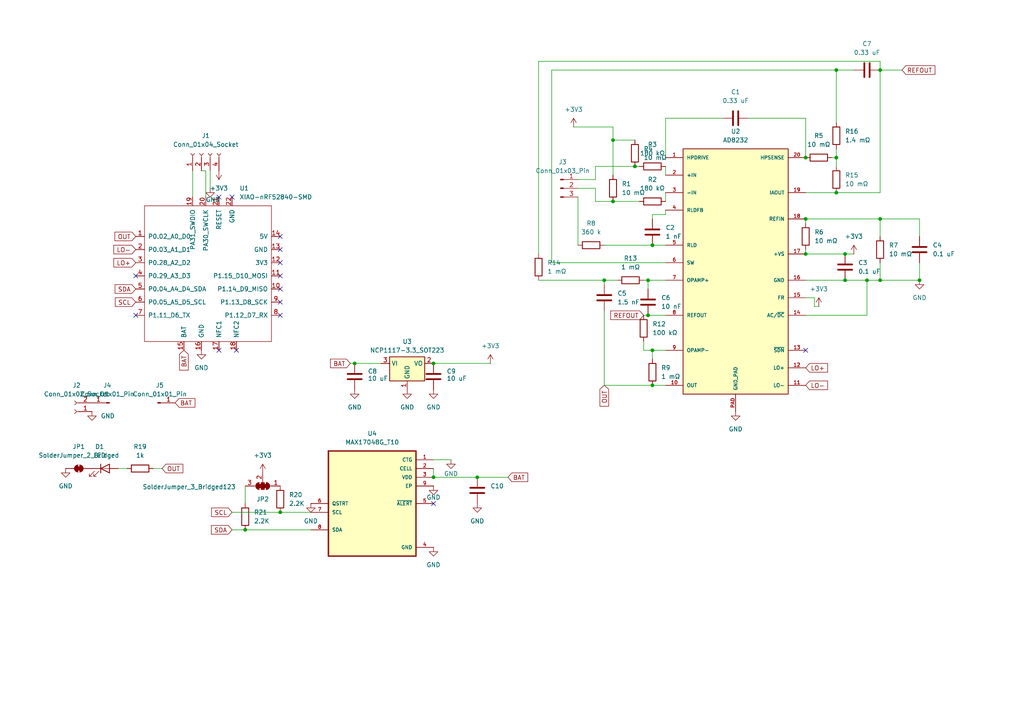
<source format=kicad_sch>
(kicad_sch (version 20250114) (generator "eeschema") (generator_version "9.0")
  (paper "A4")
  (lib_symbols
    (symbol "AD8232:AD8232" (pin_names (offset 1.016))
      (property "Reference" "U" (at -15.24 45.72 0))
      (symbol "AD8232_0_0"
        (rectangle (start -15.24 -27.94) (end 15.24 43.18) (stroke (width 0.254)) (fill (type background)))
        (pin bidirectional line (at -20.32 40.64 0) (length 5.08) (name "HPDRIVE") (number "1"))
        (pin bidirectional line (at -20.32 35.56 0) (length 5.08) (name "+IN") (number "2"))
        (pin bidirectional line (at -20.32 30.48 0) (length 5.08) (name "-IN") (number "3"))
        (pin bidirectional line (at -20.32 25.4 0) (length 5.08) (name "RLDFB") (number "4"))
        (pin bidirectional line (at -20.32 15.24 0) (length 5.08) (name "RLD") (number "5"))
        (pin bidirectional line (at -20.32 10.16 0) (length 5.08) (name "SW") (number "6"))
        (pin bidirectional line (at -20.32 5.08 0) (length 5.08) (name "OPAMP+") (number "7"))
        (pin bidirectional line (at -20.32 -5.08 0) (length 5.08) (name "REFOUT") (number "8"))
        (pin bidirectional line (at -20.32 -15.24 0) (length 5.08) (name "OPAMP-") (number "9"))
        (pin bidirectional line (at -20.32 -25.4 0) (length 5.08) (name "OUT") (number "10"))
        (pin bidirectional line (at 0 -33.02 90) (length 5.08) (name "GND_PAD") (number "PAD"))
        (pin bidirectional line (at 20.32 40.64 180) (length 5.08) (name "HPSENSE") (number "20"))
        (pin bidirectional line (at 20.32 30.48 180) (length 5.08) (name "IAOUT") (number "19"))
        (pin bidirectional line (at 20.32 22.86 180) (length 5.08) (name "REFIN") (number "18"))
        (pin bidirectional line (at 20.32 12.7 180) (length 5.08) (name "+VS") (number "17"))
        (pin bidirectional line (at 20.32 5.08 180) (length 5.08) (name "GND") (number "16"))
        (pin bidirectional line (at 20.32 0 180) (length 5.08) (name "FR") (number "15"))
        (pin bidirectional line (at 20.32 -5.08 180) (length 5.08) (name "AC/~{DC}") (number "14"))
        (pin bidirectional line (at 20.32 -15.24 180) (length 5.08) (name "~{SDN}") (number "13"))
        (pin bidirectional line (at 20.32 -20.32 180) (length 5.08) (name "LO+") (number "12"))
        (pin bidirectional line (at 20.32 -25.4 180) (length 5.08) (name "LO-") (number "11"))
      )
    )
    (symbol "Connector:Conn_01x01_Pin" (pin_names (offset 1.016) (hide yes))
      (property "Reference" "J" (at 0 2.54 0))
      (property "Value" "Conn_01x01_Pin" (at 0 -2.54 0))
      (symbol "Conn_01x01_Pin_1_1"
        (rectangle (start 0.8636 0.127) (end 0 -0.127) (stroke (width 0.1524)) (fill (type outline)))
        (polyline (pts (xy 1.27 0) (xy 0.8636 0)) (stroke (width 0.1524)))
        (pin passive line (at 5.08 0 180) (length 3.81) (name "Pin_1") (number "1"))
      )
    )
    (symbol "Connector:Conn_01x02_Socket" (pin_names (offset 1.016) (hide yes))
      (property "Reference" "J" (at 0 2.54 0))
      (property "Value" "Conn_01x02_Socket" (at 0 -5.08 0))
      (symbol "Conn_01x02_Socket_1_1"
        (polyline (pts (xy -1.27 0) (xy -0.508 0)) (stroke (width 0.1524)))
        (polyline (pts (xy -1.27 -2.54) (xy -0.508 -2.54)) (stroke (width 0.1524)))
        (arc (start 0 -0.508) (mid -0.5058 0) (end 0 0.508) (stroke (width 0.1524)))
        (arc (start 0 -3.048) (mid -0.5058 -2.54) (end 0 -2.032) (stroke (width 0.1524)))
        (pin passive line (at -5.08 0 0) (length 3.81) (name "Pin_1") (number "1"))
        (pin passive line (at -5.08 -2.54 0) (length 3.81) (name "Pin_2") (number "2"))
      )
    )
    (symbol "Connector:Conn_01x03_Pin" (pin_names (offset 1.016) (hide yes))
      (property "Reference" "J" (at 0 5.08 0))
      (property "Value" "Conn_01x03_Pin" (at 0 -5.08 0))
      (symbol "Conn_01x03_Pin_1_1"
        (rectangle (start 0.8636 2.667) (end 0 2.413) (stroke (width 0.1524)) (fill (type outline)))
        (rectangle (start 0.8636 0.127) (end 0 -0.127) (stroke (width 0.1524)) (fill (type outline)))
        (rectangle (start 0.8636 -2.413) (end 0 -2.667) (stroke (width 0.1524)) (fill (type outline)))
        (polyline (pts (xy 1.27 2.54) (xy 0.8636 2.54)) (stroke (width 0.1524)))
        (polyline (pts (xy 1.27 0) (xy 0.8636 0)) (stroke (width 0.1524)))
        (polyline (pts (xy 1.27 -2.54) (xy 0.8636 -2.54)) (stroke (width 0.1524)))
        (pin passive line (at 5.08 2.54 180) (length 3.81) (name "Pin_1") (number "1"))
        (pin passive line (at 5.08 0 180) (length 3.81) (name "Pin_2") (number "2"))
        (pin passive line (at 5.08 -2.54 180) (length 3.81) (name "Pin_3") (number "3"))
      )
    )
    (symbol "Connector:Conn_01x04_Socket" (pin_names (offset 1.016) (hide yes))
      (property "Reference" "J" (at 0 5.08 0))
      (property "Value" "Conn_01x04_Socket" (at 0 -7.62 0))
      (symbol "Conn_01x04_Socket_1_1"
        (polyline (pts (xy -1.27 2.54) (xy -0.508 2.54)) (stroke (width 0.1524)))
        (polyline (pts (xy -1.27 0) (xy -0.508 0)) (stroke (width 0.1524)))
        (polyline (pts (xy -1.27 -2.54) (xy -0.508 -2.54)) (stroke (width 0.1524)))
        (polyline (pts (xy -1.27 -5.08) (xy -0.508 -5.08)) (stroke (width 0.1524)))
        (arc (start 0 2.032) (mid -0.5058 2.54) (end 0 3.048) (stroke (width 0.1524)))
        (arc (start 0 -0.508) (mid -0.5058 0) (end 0 0.508) (stroke (width 0.1524)))
        (arc (start 0 -3.048) (mid -0.5058 -2.54) (end 0 -2.032) (stroke (width 0.1524)))
        (arc (start 0 -5.588) (mid -0.5058 -5.08) (end 0 -4.572) (stroke (width 0.1524)))
        (pin passive line (at -5.08 2.54 0) (length 3.81) (name "Pin_1") (number "1"))
        (pin passive line (at -5.08 0 0) (length 3.81) (name "Pin_2") (number "2"))
        (pin passive line (at -5.08 -2.54 0) (length 3.81) (name "Pin_3") (number "3"))
        (pin passive line (at -5.08 -5.08 0) (length 3.81) (name "Pin_4") (number "4"))
      )
    )
    (symbol "Device:C" (pin_numbers (hide yes)) (pin_names (offset 0.254))
      (property "Reference" "C" (at 0.635 2.54 0))
      (property "Value" "C" (at 0.635 -2.54 0))
      (symbol "C_0_1"
        (polyline (pts (xy -2.032 0.762) (xy 2.032 0.762)) (stroke (width 0.508)))
        (polyline (pts (xy -2.032 -0.762) (xy 2.032 -0.762)) (stroke (width 0.508)))
      )
      (symbol "C_1_1"
        (pin passive line (at 0 3.81 270) (length 2.794) (name "~") (number "1"))
        (pin passive line (at 0 -3.81 90) (length 2.794) (name "~") (number "2"))
      )
    )
    (symbol "Device:LED" (pin_numbers (hide yes)) (pin_names (offset 1.016) (hide yes))
      (property "Reference" "D" (at 0 2.54 0))
      (property "Value" "LED" (at 0 -2.54 0))
      (symbol "LED_0_1"
        (polyline (pts (xy -3.048 -0.762) (xy -4.572 -2.286) (xy -3.81 -2.286) (xy -4.572 -2.286) (xy -4.572 -1.524)))
        (polyline (pts (xy -1.778 -0.762) (xy -3.302 -2.286) (xy -2.54 -2.286) (xy -3.302 -2.286) (xy -3.302 -1.524)))
        (polyline (pts (xy -1.27 0) (xy 1.27 0)))
        (polyline (pts (xy -1.27 -1.27) (xy -1.27 1.27)) (stroke (width 0.254)))
        (polyline (pts (xy 1.27 -1.27) (xy 1.27 1.27) (xy -1.27 0) (xy 1.27 -1.27)) (stroke (width 0.254)))
      )
      (symbol "LED_1_1"
        (pin passive line (at -3.81 0 0) (length 2.54) (name "K") (number "1"))
        (pin passive line (at 3.81 0 180) (length 2.54) (name "A") (number "2"))
      )
    )
    (symbol "Device:R" (pin_numbers (hide yes)) (pin_names (offset 0))
      (property "Reference" "R" (at 2.032 0 90))
      (property "Value" "R" (at 0 0 90))
      (symbol "R_0_1"
        (rectangle (start -1.016 -2.54) (end 1.016 2.54) (stroke (width 0.254)))
      )
      (symbol "R_1_1"
        (pin passive line (at 0 3.81 270) (length 1.27) (name "~") (number "1"))
        (pin passive line (at 0 -3.81 90) (length 1.27) (name "~") (number "2"))
      )
    )
    (symbol "Jumper:SolderJumper_2_Bridged" (pin_numbers (hide yes)) (pin_names (offset 0) (hide yes)) (in_bom no)
      (property "Reference" "JP" (at 0 2.032 0))
      (property "Value" "SolderJumper_2_Bridged" (at 0 -2.54 0))
      (symbol "SolderJumper_2_Bridged_0_1"
        (rectangle (start -0.508 0.508) (end 0.508 -0.508) (fill (type outline)))
        (polyline (pts (xy -0.254 1.016) (xy -0.254 -1.016)))
        (arc (start -0.254 -1.016) (mid -1.2656 0) (end -0.254 1.016))
        (arc (start -0.254 -1.016) (mid -1.2656 0) (end -0.254 1.016) (fill (type outline)))
        (arc (start 0.254 1.016) (mid 1.2656 0) (end 0.254 -1.016))
        (arc (start 0.254 1.016) (mid 1.2656 0) (end 0.254 -1.016) (fill (type outline)))
        (polyline (pts (xy 0.254 1.016) (xy 0.254 -1.016)))
      )
      (symbol "SolderJumper_2_Bridged_1_1"
        (pin passive line (at -3.81 0 0) (length 2.54) (name "A") (number "1"))
        (pin passive line (at 3.81 0 180) (length 2.54) (name "B") (number "2"))
      )
    )
    (symbol "Jumper:SolderJumper_3_Bridged123" (pin_names (offset 0) (hide yes)) (in_bom no)
      (property "Reference" "JP" (at -2.54 -2.54 0))
      (property "Value" "SolderJumper_3_Bridged123" (at 0 2.794 0))
      (symbol "SolderJumper_3_Bridged123_0_1"
        (polyline (pts (xy -2.54 0) (xy -2.032 0)))
        (polyline (pts (xy -1.016 1.016) (xy -1.016 -1.016)))
        (rectangle (start -1.016 0.508) (end -0.508 -0.508) (fill (type outline)))
        (arc (start -1.016 -1.016) (mid -2.0276 0) (end -1.016 1.016))
        (arc (start -1.016 -1.016) (mid -2.0276 0) (end -1.016 1.016) (fill (type outline)))
        (rectangle (start -0.508 1.016) (end 0.508 -1.016) (fill (type outline)))
        (polyline (pts (xy 0 -1.27) (xy 0 -1.016)))
        (rectangle (start 0.508 0.508) (end 1.016 -0.508) (fill (type outline)))
        (arc (start 1.016 1.016) (mid 2.0276 0) (end 1.016 -1.016))
        (arc (start 1.016 1.016) (mid 2.0276 0) (end 1.016 -1.016) (fill (type outline)))
        (polyline (pts (xy 1.016 1.016) (xy 1.016 -1.016)))
        (polyline (pts (xy 2.54 0) (xy 2.032 0)))
      )
      (symbol "SolderJumper_3_Bridged123_1_1"
        (pin passive line (at -5.08 0 0) (length 2.54) (name "A") (number "1"))
        (pin passive line (at 0 -3.81 90) (length 2.54) (name "C") (number "2"))
        (pin passive line (at 5.08 0 180) (length 2.54) (name "B") (number "3"))
      )
    )
    (symbol "MAX17048G_T10:MAX17048G_T10" (pin_names (offset 1.016))
      (property "Reference" "U" (at -12.7 16.24 0))
      (property "Value" "MAX17048G_T10" (at -12.7 -19.24 0))
      (symbol "MAX17048G_T10_0_0"
        (rectangle (start -12.7 -15.24) (end 12.7 15.24) (stroke (width 0.41)) (fill (type background)))
        (pin input line (at -17.78 0 0) (length 5.08) (name "QSTRT") (number "6"))
        (pin input line (at -17.78 -2.54 0) (length 5.08) (name "SCL") (number "7"))
        (pin bidirectional line (at -17.78 -7.62 0) (length 5.08) (name "SDA") (number "8"))
        (pin power_in line (at 17.78 12.7 180) (length 5.08) (name "CTG") (number "1"))
        (pin power_in line (at 17.78 10.16 180) (length 5.08) (name "CELL") (number "2"))
        (pin power_in line (at 17.78 7.62 180) (length 5.08) (name "VDD") (number "3"))
        (pin power_in line (at 17.78 5.08 180) (length 5.08) (name "EP") (number "9"))
        (pin output line (at 17.78 0 180) (length 5.08) (name "~{ALERT}") (number "5"))
        (pin power_in line (at 17.78 -12.7 180) (length 5.08) (name "GND") (number "4"))
      )
    )
    (symbol "Regulator_Linear:NCP1117-3.3_SOT223"
      (property "Reference" "U" (at -3.81 3.175 0))
      (property "Value" "NCP1117-3.3_SOT223" (at 0 3.175 0))
      (symbol "NCP1117-3.3_SOT223_0_1"
        (rectangle (start -5.08 -5.08) (end 5.08 1.905) (stroke (width 0.254)) (fill (type background)))
      )
      (symbol "NCP1117-3.3_SOT223_1_1"
        (pin power_in line (at -7.62 0 0) (length 2.54) (name "VI") (number "3"))
        (pin power_in line (at 0 -7.62 90) (length 2.54) (name "GND") (number "1"))
        (pin power_out line (at 7.62 0 180) (length 2.54) (name "VO") (number "2"))
      )
    )
    (symbol "Seeed_Studio_XIAO_Series:XIAO-nRF52840-SMD" (pin_names (offset 1.016))
      (property "Reference" "U" (at -18.542 23.114 0))
      (property "Value" "XIAO-nRF52840-SMD" (at -8.636 21.336 0))
      (symbol "XIAO-nRF52840-SMD_0_1"
        (rectangle (start -19.05 20.32) (end 17.78 -19.05))
      )
      (symbol "XIAO-nRF52840-SMD_1_1"
        (pin passive line (at -21.59 11.43 0) (length 2.54) (name "P0.02_A0_D0") (number "1"))
        (pin passive line (at -21.59 7.62 0) (length 2.54) (name "P0.03_A1_D1") (number "2"))
        (pin passive line (at -21.59 3.81 0) (length 2.54) (name "P0.28_A2_D2") (number "3"))
        (pin passive line (at -21.59 0 0) (length 2.54) (name "P0.29_A3_D3") (number "4"))
        (pin passive line (at -21.59 -3.81 0) (length 2.54) (name "P0.04_A4_D4_SDA") (number "5"))
        (pin passive line (at -21.59 -7.62 0) (length 2.54) (name "P0.05_A5_D5_SCL") (number "6"))
        (pin passive line (at -21.59 -11.43 0) (length 2.54) (name "P1.11_D6_TX") (number "7"))
        (pin passive line (at -7.62 -21.59 90) (length 2.54) (name "BAT") (number "15"))
        (pin passive line (at -5.08 22.86 270) (length 2.54) (name "PA31_SWDIO") (number "19"))
        (pin passive line (at -2.54 -21.59 90) (length 2.54) (name "GND") (number "16"))
        (pin passive line (at -1.27 22.86 270) (length 2.54) (name "PA30_SWCLK") (number "20"))
        (pin passive line (at 2.54 22.86 270) (length 2.54) (name "RESET") (number "21"))
        (pin passive line (at 2.54 -21.59 90) (length 2.54) (name "NFC1") (number "17"))
        (pin passive line (at 6.35 22.86 270) (length 2.54) (name "GND") (number "22"))
        (pin passive line (at 7.62 -21.59 90) (length 2.54) (name "NFC2") (number "18"))
        (pin passive line (at 20.32 11.43 180) (length 2.54) (name "5V") (number "14"))
        (pin passive line (at 20.32 7.62 180) (length 2.54) (name "GND") (number "13"))
        (pin passive line (at 20.32 3.81 180) (length 2.54) (name "3V3") (number "12"))
        (pin passive line (at 20.32 0 180) (length 2.54) (name "P1.15_D10_MOSI") (number "11"))
        (pin passive line (at 20.32 -3.81 180) (length 2.54) (name "P1.14_D9_MISO") (number "10"))
        (pin passive line (at 20.32 -7.62 180) (length 2.54) (name "P1.13_D8_SCK") (number "9"))
        (pin passive line (at 20.32 -11.43 180) (length 2.54) (name "P1.12_D7_RX") (number "8"))
      )
    )
    (symbol "power:+3V3" (power) (pin_numbers (hide yes)) (pin_names (offset 0) (hide yes))
      (property "Value" "+3V3" (at 0 3.556 0))
      (symbol "+3V3_0_1"
        (polyline (pts (xy -0.762 1.27) (xy 0 2.54)))
        (polyline (pts (xy 0 2.54) (xy 0.762 1.27)))
        (polyline (pts (xy 0 0) (xy 0 2.54)))
      )
      (symbol "+3V3_1_1"
        (pin power_in line (at 0 0 90) (length 0) (name "~") (number "1"))
      )
    )
    (symbol "power:GND" (power) (pin_numbers (hide yes)) (pin_names (offset 0) (hide yes))
      (property "Value" "GND" (at 0 -3.81 0))
      (symbol "GND_0_1"
        (polyline (pts (xy 0 0) (xy 0 -1.27) (xy 1.27 -1.27) (xy 0 -2.54) (xy -1.27 -1.27) (xy 0 -1.27)))
      )
      (symbol "GND_1_1"
        (pin power_in line (at 0 0 270) (length 0) (name "~") (number "1"))
      )
    )
  )
  (junction (at 266.7 81.28))
  (junction (at 81.28 148.59))
  (junction (at 71.12 153.67))
  (junction (at 255.27 20.32))
  (junction (at 251.46 81.28))
  (junction (at 177.8 40.64))
  (junction (at 233.68 45.72))
  (junction (at 255.27 81.28))
  (junction (at 233.68 63.5))
  (junction (at 125.73 105.41))
  (junction (at 189.23 71.12))
  (junction (at 138.43 138.43))
  (junction (at 189.23 101.6))
  (junction (at 175.26 81.28))
  (junction (at 242.57 20.32))
  (junction (at 242.57 55.88))
  (junction (at 245.11 81.28))
  (junction (at 245.11 73.66))
  (junction (at 102.87 105.41))
  (junction (at 255.27 63.5))
  (junction (at 187.96 81.28))
  (junction (at 184.15 48.26))
  (junction (at 242.57 45.72))
  (junction (at 177.8 58.42))
  (junction (at 187.96 91.44))
  (junction (at 125.73 138.43))
  (junction (at 189.23 111.76))
  (junction (at 233.68 73.66))
  (no_connect (at 67.31 57.15))
  (no_connect (at 125.73 146.05))
  (no_connect (at 81.28 80.01))
  (no_connect (at 81.28 83.82))
  (no_connect (at 39.37 80.01))
  (no_connect (at 63.5 57.15))
  (no_connect (at 39.37 91.44))
  (no_connect (at 68.58 101.6))
  (no_connect (at 81.28 72.39))
  (no_connect (at 81.28 87.63))
  (no_connect (at 63.5 101.6))
  (no_connect (at 81.28 91.44))
  (no_connect (at 81.28 68.58))
  (no_connect (at 81.28 76.2))
  (no_connect (at 233.68 101.6))
  (wire (pts (xy 34.29 135.89) (xy 36.83 135.89)))
  (wire (pts (xy 160.02 20.32) (xy 242.57 20.32)))
  (wire (pts (xy 125.73 133.35) (xy 130.81 133.35)))
  (wire (pts (xy 242.57 55.88) (xy 255.27 55.88)))
  (wire (pts (xy 233.68 63.5) (xy 233.68 64.77)))
  (wire (pts (xy 255.27 20.32) (xy 261.62 20.32)))
  (wire (pts (xy 177.8 58.42) (xy 185.42 58.42)))
  (wire (pts (xy 179.07 81.28) (xy 175.26 81.28)))
  (wire (pts (xy 101.6 105.41) (xy 102.87 105.41)))
  (wire (pts (xy 102.87 105.41) (xy 110.49 105.41)))
  (wire (pts (xy 167.64 54.61) (xy 172.72 54.61)))
  (wire (pts (xy 255.27 17.78) (xy 255.27 20.32)))
  (wire (pts (xy 59.69 49.53) (xy 59.69 57.15)))
  (wire (pts (xy 255.27 81.28) (xy 266.7 81.28)))
  (wire (pts (xy 236.22 86.36) (xy 233.68 86.36)))
  (wire (pts (xy 184.15 40.64) (xy 177.8 40.64)))
  (wire (pts (xy 175.26 111.76) (xy 189.23 111.76)))
  (wire (pts (xy 217.17 34.29) (xy 233.68 34.29)))
  (wire (pts (xy 177.8 40.64) (xy 177.8 50.8)))
  (wire (pts (xy 242.57 20.32) (xy 247.65 20.32)))
  (wire (pts (xy 233.68 73.66) (xy 245.11 73.66)))
  (wire (pts (xy 266.7 63.5) (xy 255.27 63.5)))
  (wire (pts (xy 193.04 58.42) (xy 193.04 55.88)))
  (wire (pts (xy 233.68 72.39) (xy 233.68 73.66)))
  (wire (pts (xy 186.69 81.28) (xy 187.96 81.28)))
  (wire (pts (xy 251.46 81.28) (xy 255.27 81.28)))
  (wire (pts (xy 156.21 81.28) (xy 175.26 81.28)))
  (wire (pts (xy 189.23 62.23) (xy 193.04 62.23)))
  (wire (pts (xy 193.04 62.23) (xy 193.04 60.96)))
  (wire (pts (xy 58.42 49.53) (xy 59.69 49.53)))
  (wire (pts (xy 142.24 105.41) (xy 125.73 105.41)))
  (wire (pts (xy 242.57 45.72) (xy 242.57 48.26)))
  (wire (pts (xy 186.69 101.6) (xy 186.69 99.06)))
  (wire (pts (xy 242.57 20.32) (xy 242.57 35.56)))
  (wire (pts (xy 255.27 81.28) (xy 255.27 76.2)))
  (wire (pts (xy 67.31 153.67) (xy 71.12 153.67)))
  (wire (pts (xy 81.28 148.59) (xy 90.17 148.59)))
  (wire (pts (xy 67.31 148.59) (xy 81.28 148.59)))
  (wire (pts (xy 193.04 45.72) (xy 193.04 34.29)))
  (wire (pts (xy 186.69 101.6) (xy 189.23 101.6)))
  (wire (pts (xy 55.88 49.53) (xy 55.88 57.15)))
  (wire (pts (xy 193.04 34.29) (xy 209.55 34.29)))
  (wire (pts (xy 266.7 68.58) (xy 266.7 63.5)))
  (wire (pts (xy 172.72 48.26) (xy 184.15 48.26)))
  (wire (pts (xy 160.02 76.2) (xy 160.02 20.32)))
  (wire (pts (xy 193.04 76.2) (xy 160.02 76.2)))
  (wire (pts (xy 177.8 58.42) (xy 172.72 58.42)))
  (wire (pts (xy 245.11 73.66) (xy 247.65 73.66)))
  (wire (pts (xy 60.96 49.53) (xy 60.96 54.61)))
  (wire (pts (xy 71.12 140.97) (xy 71.12 146.05)))
  (wire (pts (xy 186.69 91.44) (xy 187.96 91.44)))
  (wire (pts (xy 255.27 63.5) (xy 255.27 68.58)))
  (wire (pts (xy 242.57 43.18) (xy 242.57 45.72)))
  (wire (pts (xy 125.73 138.43) (xy 138.43 138.43)))
  (wire (pts (xy 138.43 138.43) (xy 147.32 138.43)))
  (wire (pts (xy 184.15 48.26) (xy 185.42 48.26)))
  (wire (pts (xy 251.46 81.28) (xy 251.46 91.44)))
  (wire (pts (xy 187.96 81.28) (xy 193.04 81.28)))
  (wire (pts (xy 71.12 153.67) (xy 90.17 153.67)))
  (wire (pts (xy 187.96 81.28) (xy 187.96 83.82)))
  (wire (pts (xy 255.27 20.32) (xy 255.27 55.88)))
  (wire (pts (xy 125.73 135.89) (xy 125.73 138.43)))
  (wire (pts (xy 189.23 71.12) (xy 193.04 71.12)))
  (wire (pts (xy 233.68 34.29) (xy 233.68 45.72)))
  (wire (pts (xy 266.7 81.28) (xy 266.7 76.2)))
  (wire (pts (xy 233.68 55.88) (xy 242.57 55.88)))
  (wire (pts (xy 44.45 135.89) (xy 46.99 135.89)))
  (wire (pts (xy 189.23 111.76) (xy 193.04 111.76)))
  (wire (pts (xy 233.68 63.5) (xy 255.27 63.5)))
  (wire (pts (xy 172.72 48.26) (xy 172.72 52.07)))
  (wire (pts (xy 172.72 54.61) (xy 172.72 58.42)))
  (wire (pts (xy 187.96 91.44) (xy 193.04 91.44)))
  (wire (pts (xy 175.26 71.12) (xy 189.23 71.12)))
  (wire (pts (xy 156.21 73.66) (xy 156.21 17.78)))
  (wire (pts (xy 166.37 36.83) (xy 177.8 36.83)))
  (wire (pts (xy 193.04 101.6) (xy 189.23 101.6)))
  (wire (pts (xy 189.23 63.5) (xy 189.23 62.23)))
  (wire (pts (xy 233.68 81.28) (xy 245.11 81.28)))
  (wire (pts (xy 156.21 17.78) (xy 255.27 17.78)))
  (wire (pts (xy 236.22 88.9) (xy 236.22 86.36)))
  (wire (pts (xy 193.04 48.26) (xy 193.04 50.8)))
  (wire (pts (xy 175.26 81.28) (xy 175.26 82.55)))
  (wire (pts (xy 167.64 57.15) (xy 167.64 71.12)))
  (wire (pts (xy 189.23 101.6) (xy 189.23 104.14)))
  (wire (pts (xy 236.22 88.9) (xy 237.49 88.9)))
  (wire (pts (xy 233.68 91.44) (xy 251.46 91.44)))
  (wire (pts (xy 177.8 36.83) (xy 177.8 40.64)))
  (wire (pts (xy 241.3 45.72) (xy 242.57 45.72)))
  (wire (pts (xy 175.26 111.76) (xy 175.26 90.17)))
  (wire (pts (xy 167.64 52.07) (xy 172.72 52.07)))
  (wire (pts (xy 245.11 81.28) (xy 251.46 81.28)))
  (global_label "REFOUT" (shape input) (at 186.69 91.44 180) (property "Intersheetrefs" "${INTERSHEET_REFS}" (effects (hide yes))))
  (global_label "LO+" (shape input) (at 233.68 106.68 0) (property "Intersheetrefs" "${INTERSHEET_REFS}" (effects (hide yes))))
  (global_label "SCL" (shape input) (at 67.31 148.59 180) (property "Intersheetrefs" "${INTERSHEET_REFS}" (effects (hide yes))))
  (global_label "BAT" (shape input) (at 147.32 138.43 0) (property "Intersheetrefs" "${INTERSHEET_REFS}" (effects (hide yes))))
  (global_label "OUT" (shape input) (at 39.37 68.58 180) (property "Intersheetrefs" "${INTERSHEET_REFS}" (effects (hide yes))))
  (global_label "OUT" (shape input) (at 46.99 135.89 0) (property "Intersheetrefs" "${INTERSHEET_REFS}" (effects (hide yes))))
  (global_label "BAT" (shape input) (at 53.34 101.6 270) (property "Intersheetrefs" "${INTERSHEET_REFS}" (effects (hide yes))))
  (global_label "REFOUT" (shape input) (at 261.62 20.32 0) (property "Intersheetrefs" "${INTERSHEET_REFS}" (effects (hide yes))))
  (global_label "BAT" (shape input) (at 101.6 105.41 180) (property "Intersheetrefs" "${INTERSHEET_REFS}" (effects (hide yes))))
  (global_label "LO-" (shape input) (at 233.68 111.76 0) (property "Intersheetrefs" "${INTERSHEET_REFS}" (effects (hide yes))))
  (global_label "LO-" (shape input) (at 39.37 72.39 180) (property "Intersheetrefs" "${INTERSHEET_REFS}" (effects (hide yes))))
  (global_label "LO+" (shape input) (at 39.37 76.2 180) (property "Intersheetrefs" "${INTERSHEET_REFS}" (effects (hide yes))))
  (global_label "SDA" (shape input) (at 67.31 153.67 180) (property "Intersheetrefs" "${INTERSHEET_REFS}" (effects (hide yes))))
  (global_label "BAT" (shape input) (at 50.8 116.84 0) (property "Intersheetrefs" "${INTERSHEET_REFS}" (effects (hide yes))))
  (global_label "SDA" (shape input) (at 39.37 83.82 180) (property "Intersheetrefs" "${INTERSHEET_REFS}" (effects (hide yes))))
  (global_label "OUT" (shape input) (at 175.26 111.76 270) (property "Intersheetrefs" "${INTERSHEET_REFS}" (effects (hide yes))))
  (global_label "SCL" (shape input) (at 39.37 87.63 180) (property "Intersheetrefs" "${INTERSHEET_REFS}" (effects (hide yes))))
  (symbol (lib_id "Device:C") (at 251.46 20.32 90) (unit 1)
    (property "Reference" "C7" (at 251.46 12.7 90))
    (property "Value" "0.33 uF" (at 251.46 15.24 90))
    (property "Footprint" "Capacitor_SMD:C_0201_0603Metric" (effects (hide yes)))
    (property "Description" "Unpolarized capacitor" (effects (hide yes)))
  )
  (symbol (lib_id "power:GND") (at 125.73 140.97 0) (unit 1)
    (property "Reference" "#PWR019" (effects (hide yes)))
    (property "Value" "GND" (at 125.73 144.272 0))
    (property "Description" "Power symbol creates a global label with name \"GND\" , ground" (effects (hide yes)))
  )
  (symbol (lib_id "Connector:Conn_01x03_Pin") (at 162.56 54.61 0) (unit 1)
    (property "Reference" "J3" (at 163.195 46.99 0))
    (property "Value" "Conn_01x03_Pin" (at 163.195 49.53 0))
    (property "Footprint" "Connector_PinHeader_2.54mm:PinHeader_1x03_P2.54mm_Vertical" (effects (hide yes)))
    (property "Description" "Generic connector, single row, 01x03, script generated" (effects (hide yes)))
  )
  (symbol (lib_id "Jumper:SolderJumper_3_Bridged123") (at 76.2 140.97 180) (unit 1) (in_bom no)
    (property "Reference" "JP2" (at 76.2 144.78 0))
    (property "Value" "SolderJumper_3_Bridged123" (at 54.864 141.224 0))
    (property "Footprint" "Jumper:SolderJumper-3_P1.3mm_Open_Pad1.0x1.5mm_NumberLabels" (effects (hide yes)))
    (property "Description" "Solder Jumper, 3-pole, pins 1+2+3 closed/bridged" (effects (hide yes)))
  )
  (symbol (lib_id "Device:R") (at 186.69 95.25 0) (unit 1)
    (property "Reference" "R12" (at 189.23 93.9799 0) (effects (justify left)))
    (property "Value" "100 kΩ" (at 189.23 96.5199 0) (effects (justify left)))
    (property "Footprint" "Resistor_SMD:R_0201_0603Metric" (effects (hide yes)))
    (property "Description" "Resistor" (effects (hide yes)))
  )
  (symbol (lib_id "power:GND") (at 26.67 119.38 0) (unit 1)
    (property "Reference" "#PWR01" (effects (hide yes)))
    (property "Value" "GND" (at 29.21 120.6499 0) (effects (justify left)))
    (property "Description" "Power symbol creates a global label with name \"GND\" , ground" (effects (hide yes)))
  )
  (symbol (lib_id "Device:R") (at 189.23 58.42 90) (unit 1)
    (property "Reference" "R2" (at 189.23 52.07 90))
    (property "Value" "180 kΩ" (at 189.23 54.61 90))
    (property "Footprint" "Resistor_SMD:R_0201_0603Metric" (effects (hide yes)))
    (property "Description" "Resistor" (effects (hide yes)))
  )
  (symbol (lib_id "Device:R") (at 40.64 135.89 90) (unit 1)
    (property "Reference" "R19" (at 40.64 129.54 90))
    (property "Value" "1k" (at 40.64 132.08 90))
    (property "Footprint" "Resistor_SMD:R_0402_1005Metric" (effects (hide yes)))
    (property "Description" "Resistor" (effects (hide yes)))
  )
  (symbol (lib_id "Device:R") (at 177.8 54.61 0) (unit 1)
    (property "Reference" "R1" (at 180.34 53.3399 0) (effects (justify left)))
    (property "Value" "10 mΩ" (at 180.34 55.8799 0) (effects (justify left)))
    (property "Footprint" "Resistor_SMD:R_0201_0603Metric" (effects (hide yes)))
    (property "Description" "Resistor" (effects (hide yes)))
  )
  (symbol (lib_id "power:+3V3") (at 247.65 73.66 0) (unit 1)
    (property "Reference" "#PWR06" (effects (hide yes)))
    (property "Value" "+3V3" (at 247.65 68.58 0))
    (property "Description" "Power symbol creates a global label with name \"+3V3\"" (effects (hide yes)))
  )
  (symbol (lib_id "power:GND") (at 19.05 135.89 0) (unit 1)
    (property "Reference" "#PWR09" (effects (hide yes)))
    (property "Value" "GND" (at 19.05 140.97 0))
    (property "Description" "Power symbol creates a global label with name \"GND\" , ground" (effects (hide yes)))
  )
  (symbol (lib_id "Connector:Conn_01x01_Pin") (at 45.72 116.84 0) (unit 1)
    (property "Reference" "J5" (at 46.355 111.76 0))
    (property "Value" "Conn_01x01_Pin" (at 46.355 114.3 0))
    (property "Footprint" "Connector_PinSocket_2.54mm:PinSocket_1x01_P2.54mm_Vertical" (effects (hide yes)))
    (property "Description" "Generic connector, single row, 01x01, script generated" (effects (hide yes)))
  )
  (symbol (lib_id "Device:C") (at 175.26 86.36 180) (unit 1)
    (property "Reference" "C5" (at 179.07 85.0899 0) (effects (justify right)))
    (property "Value" "1.5 nF" (at 179.07 87.6299 0) (effects (justify right)))
    (property "Footprint" "Capacitor_SMD:C_0201_0603Metric" (effects (hide yes)))
    (property "Description" "Unpolarized capacitor" (effects (hide yes)))
  )
  (symbol (lib_id "power:GND") (at 213.36 119.38 0) (unit 1)
    (property "Reference" "#PWR08" (effects (hide yes)))
    (property "Value" "GND" (at 213.36 124.46 0))
    (property "Description" "Power symbol creates a global label with name \"GND\" , ground" (effects (hide yes)))
  )
  (symbol (lib_id "Device:R") (at 242.57 52.07 0) (unit 1)
    (property "Reference" "R15" (at 245.11 50.7999 0) (effects (justify left)))
    (property "Value" "10 mΩ" (at 245.11 53.3399 0) (effects (justify left)))
    (property "Footprint" "Resistor_SMD:R_0201_0603Metric" (effects (hide yes)))
    (property "Description" "Resistor" (effects (hide yes)))
  )
  (symbol (lib_id "Device:LED") (at 30.48 135.89 0) (unit 1)
    (property "Reference" "D1" (at 28.8925 129.54 0))
    (property "Value" "LED" (at 28.8925 132.08 0))
    (property "Footprint" "LED_SMD:LED_0603_1608Metric" (effects (hide yes)))
    (property "Description" "Light emitting diode" (effects (hide yes)))
    (property "Sim.Pins" "1=K 2=A" (effects (hide yes)))
  )
  (symbol (lib_id "Seeed_Studio_XIAO_Series:XIAO-nRF52840-SMD") (at 60.96 80.01 0) (unit 1)
    (property "Reference" "U1" (at 69.4533 54.61 0) (effects (justify left)))
    (property "Value" "XIAO-nRF52840-SMD" (at 69.4533 57.15 0) (effects (justify left)))
    (property "Footprint" "Seeed Studio XIAO Series Library:XIAO-nRF52840-SMD" (effects (hide yes)))
  )
  (symbol (lib_id "Device:C") (at 213.36 34.29 90) (unit 1)
    (property "Reference" "C1" (at 213.36 26.67 90))
    (property "Value" "0.33 uF" (at 213.36 29.21 90))
    (property "Footprint" "Capacitor_SMD:C_0201_0603Metric" (effects (hide yes)))
    (property "Description" "Unpolarized capacitor" (effects (hide yes)))
  )
  (symbol (lib_id "Device:R") (at 171.45 71.12 90) (unit 1)
    (property "Reference" "R8" (at 171.45 64.77 90))
    (property "Value" "360 k" (at 171.45 67.31 90))
    (property "Footprint" "Resistor_SMD:R_0201_0603Metric" (effects (hide yes)))
    (property "Description" "Resistor" (effects (hide yes)))
  )
  (symbol (lib_id "Device:R") (at 255.27 72.39 0) (unit 1)
    (property "Reference" "R7" (at 257.81 71.1199 0) (effects (justify left)))
    (property "Value" "10 mΩ" (at 257.81 73.6599 0) (effects (justify left)))
    (property "Footprint" "Resistor_SMD:R_0201_0603Metric" (effects (hide yes)))
    (property "Description" "Resistor" (effects (hide yes)))
  )
  (symbol (lib_id "Device:R") (at 189.23 107.95 0) (unit 1)
    (property "Reference" "R9" (at 191.77 106.6799 0) (effects (justify left)))
    (property "Value" "1 mΩ" (at 191.77 109.2199 0) (effects (justify left)))
    (property "Footprint" "Resistor_SMD:R_0201_0603Metric" (effects (hide yes)))
    (property "Description" "Resistor" (effects (hide yes)))
  )
  (symbol (lib_id "power:GND") (at 90.17 146.05 0) (unit 1)
    (property "Reference" "#PWR017" (effects (hide yes)))
    (property "Value" "GND" (at 90.17 151.13 0))
    (property "Description" "Power symbol creates a global label with name \"GND\" , ground" (effects (hide yes)))
  )
  (symbol (lib_id "power:GND") (at 138.43 146.05 0) (unit 1)
    (property "Reference" "#PWR018" (effects (hide yes)))
    (property "Value" "GND" (at 138.43 151.13 0))
    (property "Description" "Power symbol creates a global label with name \"GND\" , ground" (effects (hide yes)))
  )
  (symbol (lib_id "Device:R") (at 182.88 81.28 90) (unit 1)
    (property "Reference" "R13" (at 182.88 74.93 90))
    (property "Value" "1 mΩ" (at 182.88 77.47 90))
    (property "Footprint" "Resistor_SMD:R_0201_0603Metric" (effects (hide yes)))
    (property "Description" "Resistor" (effects (hide yes)))
  )
  (symbol (lib_id "power:GND") (at 58.42 101.6 0) (unit 1)
    (property "Reference" "#PWR02" (effects (hide yes)))
    (property "Value" "GND" (at 58.42 106.68 0))
    (property "Description" "Power symbol creates a global label with name \"GND\" , ground" (effects (hide yes)))
  )
  (symbol (lib_id "Device:R") (at 233.68 68.58 0) (unit 1)
    (property "Reference" "R6" (at 236.22 67.3099 0) (effects (justify left)))
    (property "Value" "10 mΩ" (at 236.22 69.8499 0) (effects (justify left)))
    (property "Footprint" "Resistor_SMD:R_0201_0603Metric" (effects (hide yes)))
    (property "Description" "Resistor" (effects (hide yes)))
  )
  (symbol (lib_id "Connector:Conn_01x01_Pin") (at 31.75 116.84 180) (unit 1)
    (property "Reference" "J4" (at 31.115 111.76 0))
    (property "Value" "Conn_01x01_Pin" (at 31.115 114.3 0))
    (property "Footprint" "Connector_PinSocket_2.54mm:PinSocket_1x01_P2.54mm_Vertical" (effects (hide yes)))
    (property "Description" "Generic connector, single row, 01x01, script generated" (effects (hide yes)))
  )
  (symbol (lib_id "Device:C") (at 245.11 77.47 180) (unit 1)
    (property "Reference" "C3" (at 248.92 76.1999 0) (effects (justify right)))
    (property "Value" "0.1 uF" (at 248.92 78.7399 0) (effects (justify right)))
    (property "Footprint" "Capacitor_SMD:C_0201_0603Metric" (effects (hide yes)))
    (property "Description" "Unpolarized capacitor" (effects (hide yes)))
  )
  (symbol (lib_id "power:GND") (at 102.87 113.03 0) (unit 1)
    (property "Reference" "#PWR012" (effects (hide yes)))
    (property "Value" "GND" (at 102.87 118.11 0))
    (property "Description" "Power symbol creates a global label with name \"GND\" , ground" (effects (hide yes)))
  )
  (symbol (lib_id "Device:R") (at 189.23 48.26 90) (unit 1)
    (property "Reference" "R3" (at 189.23 41.91 90))
    (property "Value" "180 kΩ" (at 189.23 44.45 90))
    (property "Footprint" "Resistor_SMD:R_0201_0603Metric" (effects (hide yes)))
    (property "Description" "Resistor" (effects (hide yes)))
  )
  (symbol (lib_id "power:GND") (at 130.81 133.35 0) (unit 1)
    (property "Reference" "#PWR014" (effects (hide yes)))
    (property "Value" "GND" (at 130.81 137.414 0))
    (property "Description" "Power symbol creates a global label with name \"GND\" , ground" (effects (hide yes)))
  )
  (symbol (lib_id "MAX17048G_T10:MAX17048G_T10") (at 107.95 146.05 0) (unit 1)
    (property "Reference" "U4" (at 107.95 125.73 0))
    (property "Value" "MAX17048G_T10" (at 107.95 128.27 0))
    (property "Footprint" "MAX17048G_T10:SON50P200X200X80-9N" (effects (hide yes)))
    (property "MF" "Analog Devices" (effects (hide yes)))
    (property "Description_1" "3µA 1-Cell/2-Cell Fuel Gauge with ModelGauge" (effects (hide yes)))
    (property "Package" "TDFN-8 Maxim" (effects (hide yes)))
    (property "Price" "None" (effects (hide yes)))
    (property "SnapEDA_Link" "https://www.snapeda.com/parts/MAX17048G+T10/Analog+Devices/view-part/?ref=snap" (effects (hide yes)))
    (property "MP" "MAX17048G+T10" (effects (hide yes)))
    (property "Availability" "In Stock" (effects (hide yes)))
    (property "Check_prices" "https://www.snapeda.com/parts/MAX17048G+T10/Analog+Devices/view-part/?ref=eda" (effects (hide yes)))
  )
  (symbol (lib_id "power:+3V3") (at 237.49 88.9 0) (unit 1)
    (property "Reference" "#PWR07" (effects (hide yes)))
    (property "Value" "+3V3" (at 237.49 83.82 0))
    (property "Description" "Power symbol creates a global label with name \"+3V3\"" (effects (hide yes)))
  )
  (symbol (lib_id "Device:R") (at 156.21 77.47 180) (unit 1)
    (property "Reference" "R14" (at 158.75 76.1999 0) (effects (justify right)))
    (property "Value" "1 mΩ" (at 158.75 78.7399 0) (effects (justify right)))
    (property "Footprint" "Resistor_SMD:R_0201_0603Metric" (effects (hide yes)))
    (property "Description" "Resistor" (effects (hide yes)))
  )
  (symbol (lib_id "Device:C") (at 125.73 109.22 0) (unit 1)
    (property "Reference" "C9" (at 129.54 107.696 0) (effects (justify left)))
    (property "Value" "10 uF" (at 129.54 110.4899 0) (effects (justify left bottom)))
    (property "Footprint" "Capacitor_SMD:C_0402_1005Metric" (effects (hide yes)))
    (property "Description" "Unpolarized capacitor" (effects (hide yes)))
  )
  (symbol (lib_id "power:+3V3") (at 76.2 137.16 0) (unit 1)
    (property "Reference" "#PWR016" (effects (hide yes)))
    (property "Value" "+3V3" (at 76.2 132.08 0))
    (property "Description" "Power symbol creates a global label with name \"+3V3\"" (effects (hide yes)))
  )
  (symbol (lib_id "Device:C") (at 138.43 142.24 180) (unit 1)
    (property "Reference" "C10" (at 142.24 140.9699 0) (effects (justify right)))
    (property "Value" "0.1 uF" (effects (hide yes)))
    (property "Footprint" "Capacitor_SMD:C_0201_0603Metric" (effects (hide yes)))
    (property "Description" "Unpolarized capacitor" (effects (hide yes)))
  )
  (symbol (lib_id "Device:R") (at 237.49 45.72 90) (unit 1)
    (property "Reference" "R5" (at 237.49 39.37 90))
    (property "Value" "10 mΩ" (at 237.49 41.91 90))
    (property "Footprint" "Resistor_SMD:R_0201_0603Metric" (effects (hide yes)))
    (property "Description" "Resistor" (effects (hide yes)))
  )
  (symbol (lib_id "Device:C") (at 187.96 87.63 180) (unit 1)
    (property "Reference" "C6" (at 191.77 86.3599 0) (effects (justify right)))
    (property "Value" "10 nF" (at 191.77 88.8999 0) (effects (justify right)))
    (property "Footprint" "Capacitor_SMD:C_0201_0603Metric" (effects (hide yes)))
    (property "Description" "Unpolarized capacitor" (effects (hide yes)))
  )
  (symbol (lib_id "Device:C") (at 189.23 67.31 0) (unit 1)
    (property "Reference" "C2" (at 193.04 66.0399 0) (effects (justify left)))
    (property "Value" "1 nF" (at 193.04 68.5799 0) (effects (justify left)))
    (property "Footprint" "Capacitor_SMD:C_0201_0603Metric" (effects (hide yes)))
    (property "Description" "Unpolarized capacitor" (effects (hide yes)))
  )
  (symbol (lib_id "Device:R") (at 71.12 149.86 0) (unit 1)
    (property "Reference" "R21" (at 73.66 148.5899 0) (effects (justify left)))
    (property "Value" "2.2K" (at 73.66 151.1299 0) (effects (justify left)))
    (property "Footprint" "Resistor_SMD:R_0402_1005Metric" (effects (hide yes)))
    (property "Description" "Resistor" (effects (hide yes)))
  )
  (symbol (lib_id "power:+3V3") (at 142.24 105.41 0) (unit 1)
    (property "Reference" "#PWR010" (effects (hide yes)))
    (property "Value" "+3V3" (at 142.24 100.33 0))
    (property "Description" "Power symbol creates a global label with name \"+3V3\"" (effects (hide yes)))
  )
  (symbol (lib_id "power:+3V3") (at 63.5 49.53 180) (unit 1)
    (property "Reference" "#PWR020" (effects (hide yes)))
    (property "Value" "+3V3" (at 63.5 54.61 0))
    (property "Description" "Power symbol creates a global label with name \"+3V3\"" (effects (hide yes)))
  )
  (symbol (lib_id "power:GND") (at 125.73 113.03 0) (unit 1)
    (property "Reference" "#PWR013" (effects (hide yes)))
    (property "Value" "GND" (at 125.73 118.11 0))
    (property "Description" "Power symbol creates a global label with name \"GND\" , ground" (effects (hide yes)))
  )
  (symbol (lib_id "power:GND") (at 118.11 113.03 0) (unit 1)
    (property "Reference" "#PWR011" (effects (hide yes)))
    (property "Value" "GND" (at 118.11 118.11 0))
    (property "Description" "Power symbol creates a global label with name \"GND\" , ground" (effects (hide yes)))
  )
  (symbol (lib_id "power:GND") (at 125.73 158.75 0) (unit 1)
    (property "Reference" "#PWR015" (effects (hide yes)))
    (property "Value" "GND" (at 125.73 163.83 0))
    (property "Description" "Power symbol creates a global label with name \"GND\" , ground" (effects (hide yes)))
  )
  (symbol (lib_id "Regulator_Linear:NCP1117-3.3_SOT223") (at 118.11 105.41 0) (unit 1)
    (property "Reference" "U3" (at 118.11 99.06 0))
    (property "Value" "NCP1117-3.3_SOT223" (at 118.11 101.6 0))
    (property "Footprint" "Package_TO_SOT_SMD:SOT-223-3_TabPin2" (effects (hide yes)))
    (property "Datasheet" "http://www.onsemi.com/pub_link/Collateral/NCP1117-D.PDF" (effects (hide yes)))
    (property "Description" "1A Low drop-out regulator, Fixed Output 3.3V, SOT-223" (effects (hide yes)))
  )
  (symbol (lib_id "Device:R") (at 242.57 39.37 0) (unit 1)
    (property "Reference" "R16" (at 245.11 38.0999 0) (effects (justify left)))
    (property "Value" "1.4 mΩ" (at 245.11 40.6399 0) (effects (justify left)))
    (property "Footprint" "Resistor_SMD:R_0201_0603Metric" (effects (hide yes)))
    (property "Description" "Resistor" (effects (hide yes)))
  )
  (symbol (lib_id "Connector:Conn_01x04_Socket") (at 58.42 44.45 90) (unit 1)
    (property "Reference" "J1" (at 59.69 39.37 90))
    (property "Value" "Conn_01x04_Socket" (at 59.69 41.91 90))
    (property "Footprint" "Connector_PinSocket_1.27mm:PinSocket_1x04_P1.27mm_Vertical" (effects (hide yes)))
    (property "Description" "Generic connector, single row, 01x04, script generated" (effects (hide yes)))
  )
  (symbol (lib_id "power:+3V3") (at 166.37 36.83 0) (unit 1)
    (property "Reference" "#PWR05" (effects (hide yes)))
    (property "Value" "+3V3" (at 166.37 31.75 0))
    (property "Description" "Power symbol creates a global label with name \"+3V3\"" (effects (hide yes)))
  )
  (symbol (lib_id "AD8232:AD8232") (at 213.36 86.36 0) (unit 1)
    (property "Reference" "U2" (at 213.36 38.1 0))
    (property "Value" "AD8232" (at 213.36 40.64 0))
    (property "Footprint" "AD8232:LFCSP_20" (effects (hide yes)))
    (property "MF" "Analog Devices, Inc." (effects (hide yes)))
    (property "Description_1" "AD8232 Analog Front End Evaluation Board" (effects (hide yes)))
    (property "Package" "None" (effects (hide yes)))
    (property "Price" "None" (effects (hide yes)))
    (property "Check_prices" "https://www.snapeda.com/parts/AD8232/Analog+Devices/view-part/?ref=eda" (effects (hide yes)))
    (property "VALUE" "AD8232ACPZ-R7" (effects (hide yes)))
    (property "SnapEDA_Link" "https://www.snapeda.com/parts/AD8232/Analog+Devices/view-part/?ref=snap" (effects (hide yes)))
    (property "PROD_ID" "IC-11886" (effects (hide yes)))
    (property "Availability" "In Stock" (effects (hide yes)))
    (property "MP" "AD8232" (effects (hide yes)))
  )
  (symbol (lib_id "Jumper:SolderJumper_2_Bridged") (at 22.86 135.89 0) (unit 1) (in_bom no)
    (property "Reference" "JP1" (at 22.86 129.54 0))
    (property "Value" "SolderJumper_2_Bridged" (at 22.86 132.08 0))
    (property "Footprint" "Jumper:SolderJumper-2_P1.3mm_Bridged2Bar_RoundedPad1.0x1.5mm" (effects (hide yes)))
    (property "Description" "Solder Jumper, 2-pole, closed/bridged" (effects (hide yes)))
  )
  (symbol (lib_id "power:GND") (at 266.7 81.28 0) (unit 1)
    (property "Reference" "#PWR03" (effects (hide yes)))
    (property "Value" "GND" (at 266.7 86.36 0))
    (property "Description" "Power symbol creates a global label with name \"GND\" , ground" (effects (hide yes)))
  )
  (symbol (lib_id "Device:R") (at 81.28 144.78 0) (unit 1)
    (property "Reference" "R20" (at 83.82 143.5099 0) (effects (justify left)))
    (property "Value" "2.2K" (at 83.82 146.0499 0) (effects (justify left)))
    (property "Footprint" "Resistor_SMD:R_0402_1005Metric" (effects (hide yes)))
    (property "Description" "Resistor" (effects (hide yes)))
  )
  (symbol (lib_id "Device:R") (at 184.15 44.45 0) (unit 1)
    (property "Reference" "R4" (at 186.69 43.1799 0) (effects (justify left)))
    (property "Value" "10 mΩ" (at 186.69 45.7199 0) (effects (justify left)))
    (property "Footprint" "Resistor_SMD:R_0201_0603Metric" (effects (hide yes)))
    (property "Description" "Resistor" (effects (hide yes)))
  )
  (symbol (lib_id "Connector:Conn_01x02_Socket") (at 21.59 119.38 180) (unit 1)
    (property "Reference" "J2" (at 22.225 111.76 0))
    (property "Value" "Conn_01x02_Socket" (at 22.225 114.3 0))
    (property "Footprint" "Connector_PinSocket_2.54mm:PinSocket_1x02_P2.54mm_Vertical" (effects (hide yes)))
    (property "Description" "Generic connector, single row, 01x02, script generated" (effects (hide yes)))
  )
  (symbol (lib_id "Device:C") (at 266.7 72.39 180) (unit 1)
    (property "Reference" "C4" (at 270.51 71.1199 0) (effects (justify right)))
    (property "Value" "0.1 uF" (at 270.51 73.6599 0) (effects (justify right)))
    (property "Footprint" "Capacitor_SMD:C_0201_0603Metric" (effects (hide yes)))
    (property "Description" "Unpolarized capacitor" (effects (hide yes)))
  )
  (symbol (lib_id "Device:C") (at 102.87 109.22 0) (unit 1)
    (property "Reference" "C8" (at 106.68 107.696 0) (effects (justify left)))
    (property "Value" "10 uF" (at 106.68 110.4899 0) (effects (justify left bottom)))
    (property "Footprint" "Capacitor_SMD:C_0402_1005Metric" (effects (hide yes)))
    (property "Description" "Unpolarized capacitor" (effects (hide yes)))
  )
  (symbol (lib_id "power:GND") (at 60.96 54.61 0) (unit 1)
    (property "Reference" "#PWR04" (effects (hide yes)))
    (property "Value" "GND" (at 59.69 57.912 0) (effects (justify left)))
    (property "Description" "Power symbol creates a global label with name \"GND\" , ground" (effects (hide yes)))
  )
)
</source>
